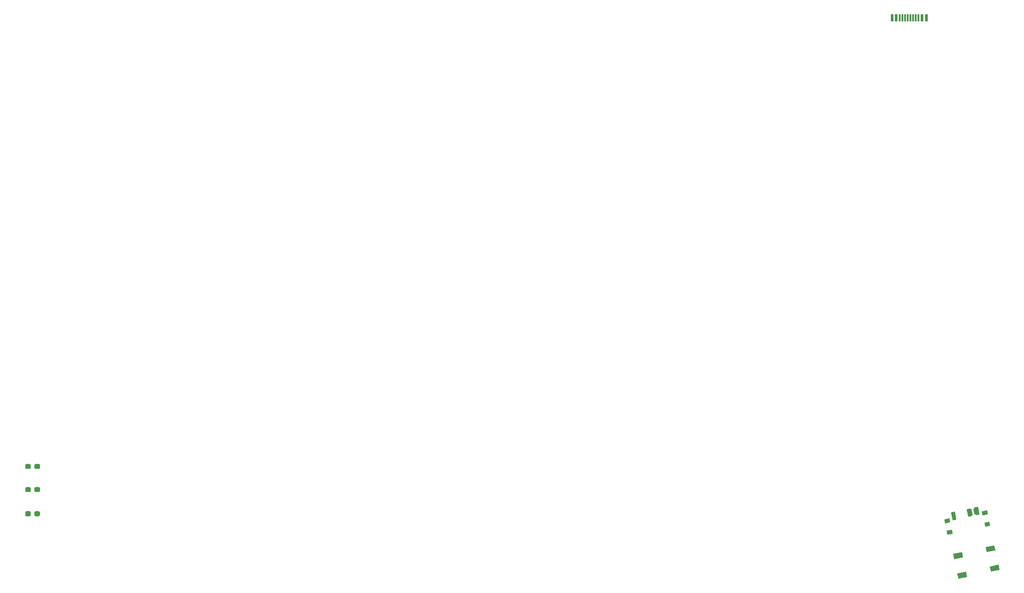
<source format=gbr>
%TF.GenerationSoftware,KiCad,Pcbnew,(5.1.10-1-10_14)*%
%TF.CreationDate,2021-06-03T00:35:35+07:00*%
%TF.ProjectId,geulis,6765756c-6973-42e6-9b69-6361645f7063,rev?*%
%TF.SameCoordinates,Original*%
%TF.FileFunction,Paste,Top*%
%TF.FilePolarity,Positive*%
%FSLAX46Y46*%
G04 Gerber Fmt 4.6, Leading zero omitted, Abs format (unit mm)*
G04 Created by KiCad (PCBNEW (5.1.10-1-10_14)) date 2021-06-03 00:35:35*
%MOMM*%
%LPD*%
G01*
G04 APERTURE LIST*
%ADD10C,0.100000*%
%ADD11R,0.600000X1.450000*%
%ADD12R,0.300000X1.450000*%
G04 APERTURE END LIST*
D10*
%TO.C,JP7*%
G36*
X205302295Y34820988D02*
G01*
X205539938Y33702966D01*
X204918815Y33570942D01*
X204681172Y34688964D01*
X205302295Y34820988D01*
G37*
G36*
X206281185Y35029058D02*
G01*
X206518828Y33911036D01*
X205897705Y33779012D01*
X205660062Y34897034D01*
X206281185Y35029058D01*
G37*
%TD*%
%TO.C,SW_RESET1*%
G36*
X209000225Y22903039D02*
G01*
X208792314Y23881187D01*
X210455165Y24234637D01*
X210663076Y23256489D01*
X209000225Y22903039D01*
G37*
G36*
X202837895Y21593196D02*
G01*
X202629984Y22571344D01*
X204292835Y22924794D01*
X204500746Y21946646D01*
X202837895Y21593196D01*
G37*
G36*
X208210161Y26620000D02*
G01*
X208002250Y27598148D01*
X209665101Y27951598D01*
X209873012Y26973450D01*
X208210161Y26620000D01*
G37*
G36*
X202047831Y25310157D02*
G01*
X201839920Y26288305D01*
X203502771Y26641755D01*
X203710682Y25663607D01*
X202047831Y25310157D01*
G37*
%TD*%
%TO.C,SW67*%
G36*
X200313172Y32081264D02*
G01*
X200146843Y32863782D01*
X201124990Y33071694D01*
X201291319Y32289176D01*
X200313172Y32081264D01*
G37*
G36*
X207453650Y33599020D02*
G01*
X207287321Y34381538D01*
X208265468Y34589450D01*
X208431797Y33806932D01*
X207453650Y33599020D01*
G37*
G36*
X207913134Y31437314D02*
G01*
X207746805Y32219832D01*
X208724952Y32427744D01*
X208891281Y31645226D01*
X207913134Y31437314D01*
G37*
G36*
X200772657Y29919558D02*
G01*
X200606328Y30702076D01*
X201584475Y30909988D01*
X201750804Y30127470D01*
X200772657Y29919558D01*
G37*
G36*
X206168591Y33632574D02*
G01*
X205856724Y35099796D01*
X206541427Y35245334D01*
X206853294Y33778112D01*
X206168591Y33632574D01*
G37*
G36*
X204701370Y33320707D02*
G01*
X204389503Y34787929D01*
X205074206Y34933467D01*
X205386073Y33466245D01*
X204701370Y33320707D01*
G37*
G36*
X201766927Y32696972D02*
G01*
X201455060Y34164194D01*
X202139763Y34309732D01*
X202451630Y32842510D01*
X201766927Y32696972D01*
G37*
%TD*%
D11*
%TO.C,J1*%
X190221496Y128222402D03*
X191021496Y128222402D03*
X195921496Y128222402D03*
X196721496Y128222402D03*
X196721496Y128222402D03*
X195921496Y128222402D03*
X191021496Y128222402D03*
X190221496Y128222402D03*
D12*
X195221496Y128222402D03*
X194721496Y128222402D03*
X194221496Y128222402D03*
X193221496Y128222402D03*
X192721496Y128222402D03*
X192221496Y128222402D03*
X191721496Y128222402D03*
X193721496Y128222402D03*
%TD*%
%TO.C,D129*%
G36*
G01*
X27191761Y33695043D02*
X27191761Y34170043D01*
G75*
G02*
X27429261Y34407543I237500J0D01*
G01*
X28004261Y34407543D01*
G75*
G02*
X28241761Y34170043I0J-237500D01*
G01*
X28241761Y33695043D01*
G75*
G02*
X28004261Y33457543I-237500J0D01*
G01*
X27429261Y33457543D01*
G75*
G02*
X27191761Y33695043I0J237500D01*
G01*
G37*
G36*
G01*
X25441761Y33695043D02*
X25441761Y34170043D01*
G75*
G02*
X25679261Y34407543I237500J0D01*
G01*
X26254261Y34407543D01*
G75*
G02*
X26491761Y34170043I0J-237500D01*
G01*
X26491761Y33695043D01*
G75*
G02*
X26254261Y33457543I-237500J0D01*
G01*
X25679261Y33457543D01*
G75*
G02*
X25441761Y33695043I0J237500D01*
G01*
G37*
%TD*%
%TO.C,D54*%
G36*
G01*
X27201495Y42684903D02*
X27201495Y43159903D01*
G75*
G02*
X27438995Y43397403I237500J0D01*
G01*
X28013995Y43397403D01*
G75*
G02*
X28251495Y43159903I0J-237500D01*
G01*
X28251495Y42684903D01*
G75*
G02*
X28013995Y42447403I-237500J0D01*
G01*
X27438995Y42447403D01*
G75*
G02*
X27201495Y42684903I0J237500D01*
G01*
G37*
G36*
G01*
X25451495Y42684903D02*
X25451495Y43159903D01*
G75*
G02*
X25688995Y43397403I237500J0D01*
G01*
X26263995Y43397403D01*
G75*
G02*
X26501495Y43159903I0J-237500D01*
G01*
X26501495Y42684903D01*
G75*
G02*
X26263995Y42447403I-237500J0D01*
G01*
X25688995Y42447403D01*
G75*
G02*
X25451495Y42684903I0J237500D01*
G01*
G37*
%TD*%
%TO.C,D53*%
G36*
G01*
X27201495Y38284902D02*
X27201495Y38759902D01*
G75*
G02*
X27438995Y38997402I237500J0D01*
G01*
X28013995Y38997402D01*
G75*
G02*
X28251495Y38759902I0J-237500D01*
G01*
X28251495Y38284902D01*
G75*
G02*
X28013995Y38047402I-237500J0D01*
G01*
X27438995Y38047402D01*
G75*
G02*
X27201495Y38284902I0J237500D01*
G01*
G37*
G36*
G01*
X25451495Y38284902D02*
X25451495Y38759902D01*
G75*
G02*
X25688995Y38997402I237500J0D01*
G01*
X26263995Y38997402D01*
G75*
G02*
X26501495Y38759902I0J-237500D01*
G01*
X26501495Y38284902D01*
G75*
G02*
X26263995Y38047402I-237500J0D01*
G01*
X25688995Y38047402D01*
G75*
G02*
X25451495Y38284902I0J237500D01*
G01*
G37*
%TD*%
M02*

</source>
